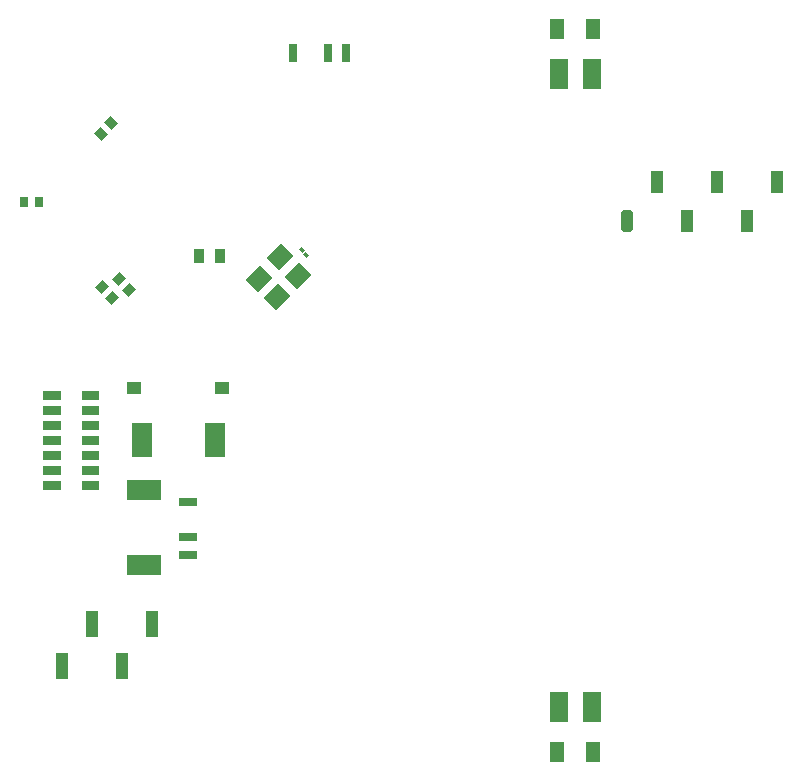
<source format=gbp>
G04*
G04 #@! TF.GenerationSoftware,Altium Limited,CircuitMaker,2.3.0 (2.3.0.3)*
G04*
G04 Layer_Color=16770453*
%FSLAX25Y25*%
%MOIN*%
G70*
G04*
G04 #@! TF.SameCoordinates,7A92FE71-458D-4544-954B-740947ED0FFD*
G04*
G04*
G04 #@! TF.FilePolarity,Positive*
G04*
G01*
G75*
%ADD31R,0.03543X0.05118*%
%ADD74R,0.07087X0.11811*%
%ADD75R,0.05787X0.02913*%
%ADD76R,0.05905X0.02756*%
%ADD77R,0.03150X0.03543*%
G04:AMPARAMS|DCode=78|XSize=35.43mil|YSize=31.5mil|CornerRadius=0mil|HoleSize=0mil|Usage=FLASHONLY|Rotation=45.000|XOffset=0mil|YOffset=0mil|HoleType=Round|Shape=Rectangle|*
%AMROTATEDRECTD78*
4,1,4,-0.00139,-0.02366,-0.02366,-0.00139,0.00139,0.02366,0.02366,0.00139,-0.00139,-0.02366,0.0*
%
%ADD78ROTATEDRECTD78*%

G04:AMPARAMS|DCode=79|XSize=66.93mil|YSize=59.05mil|CornerRadius=0mil|HoleSize=0mil|Usage=FLASHONLY|Rotation=225.000|XOffset=0mil|YOffset=0mil|HoleType=Round|Shape=Rectangle|*
%AMROTATEDRECTD79*
4,1,4,0.00278,0.04454,0.04454,0.00278,-0.00278,-0.04454,-0.04454,-0.00278,0.00278,0.04454,0.0*
%
%ADD79ROTATEDRECTD79*%

%ADD80R,0.06299X0.10236*%
%ADD81R,0.05118X0.07087*%
%ADD82R,0.04213X0.07480*%
G04:AMPARAMS|DCode=83|XSize=74.8mil|YSize=42.13mil|CornerRadius=0mil|HoleSize=0mil|Usage=FLASHONLY|Rotation=270.000|XOffset=0mil|YOffset=0mil|HoleType=Round|Shape=Octagon|*
%AMOCTAGOND83*
4,1,8,-0.01053,-0.03740,0.01053,-0.03740,0.02106,-0.02687,0.02106,0.02687,0.01053,0.03740,-0.01053,0.03740,-0.02106,0.02687,-0.02106,-0.02687,-0.01053,-0.03740,0.0*
%
%ADD83OCTAGOND83*%

%ADD84R,0.02756X0.05905*%
%ADD85R,0.04331X0.08661*%
%ADD86R,0.04724X0.03937*%
%ADD87R,0.11811X0.06693*%
G04:AMPARAMS|DCode=88|XSize=12.6mil|YSize=14.17mil|CornerRadius=0mil|HoleSize=0mil|Usage=FLASHONLY|Rotation=225.000|XOffset=0mil|YOffset=0mil|HoleType=Round|Shape=Rectangle|*
%AMROTATEDRECTD88*
4,1,4,-0.00056,0.00946,0.00946,-0.00056,0.00056,-0.00946,-0.00946,0.00056,-0.00056,0.00946,0.0*
%
%ADD88ROTATEDRECTD88*%

G04:AMPARAMS|DCode=89|XSize=35.43mil|YSize=31.5mil|CornerRadius=0mil|HoleSize=0mil|Usage=FLASHONLY|Rotation=315.000|XOffset=0mil|YOffset=0mil|HoleType=Round|Shape=Rectangle|*
%AMROTATEDRECTD89*
4,1,4,-0.02366,0.00139,-0.00139,0.02366,0.02366,-0.00139,0.00139,-0.02366,-0.02366,0.00139,0.0*
%
%ADD89ROTATEDRECTD89*%

G36*
X132595Y225043D02*
X126807D01*
Y227957D01*
X132595D01*
Y225043D01*
D02*
G37*
G36*
X119894D02*
X114106D01*
Y227957D01*
X119894D01*
Y225043D01*
D02*
G37*
G36*
X132595Y220043D02*
X126807D01*
Y222957D01*
X132595D01*
Y220043D01*
D02*
G37*
G36*
X119894D02*
X114106D01*
Y222957D01*
X119894D01*
Y220043D01*
D02*
G37*
G36*
X132595Y215043D02*
X126807D01*
Y217957D01*
X132595D01*
Y215043D01*
D02*
G37*
G36*
X119894D02*
X114106D01*
Y217957D01*
X119894D01*
Y215043D01*
D02*
G37*
G36*
X132595Y210043D02*
X126807D01*
Y212957D01*
X132595D01*
Y210043D01*
D02*
G37*
G36*
X119894D02*
X114106D01*
Y212957D01*
X119894D01*
Y210043D01*
D02*
G37*
G36*
X132595Y205043D02*
X126807D01*
Y207957D01*
X132595D01*
Y205043D01*
D02*
G37*
G36*
X119894D02*
X114106D01*
Y207957D01*
X119894D01*
Y205043D01*
D02*
G37*
G36*
X132595Y200043D02*
X126807D01*
Y202957D01*
X132595D01*
Y200043D01*
D02*
G37*
G36*
X119894D02*
X114106D01*
Y202957D01*
X119894D01*
Y200043D01*
D02*
G37*
G36*
X132595Y195043D02*
X126807D01*
Y197957D01*
X132595D01*
Y195043D01*
D02*
G37*
G36*
X119894D02*
X114106D01*
Y197957D01*
X119894D01*
Y195043D01*
D02*
G37*
D31*
X172940Y273000D02*
D03*
X166060D02*
D03*
D74*
X171409Y211500D02*
D03*
X147000D02*
D03*
D75*
X117000Y196500D02*
D03*
X129701D02*
D03*
X117000Y211500D02*
D03*
Y201500D02*
D03*
X129701Y211500D02*
D03*
Y201500D02*
D03*
X117000Y206500D02*
D03*
X129701D02*
D03*
X117000Y226500D02*
D03*
Y216500D02*
D03*
X129701Y226500D02*
D03*
Y216500D02*
D03*
X117000Y221500D02*
D03*
X129701D02*
D03*
D76*
X162201Y173343D02*
D03*
Y179248D02*
D03*
Y191059D02*
D03*
D77*
X107579Y291000D02*
D03*
X112500D02*
D03*
D78*
X137000Y259000D02*
D03*
X133520Y262480D02*
D03*
X142740Y261760D02*
D03*
X139260Y265240D02*
D03*
D79*
X193000Y272500D02*
D03*
X185929Y265429D02*
D03*
X192053Y259304D02*
D03*
X199125Y266375D02*
D03*
D80*
X285827Y122638D02*
D03*
X296850D02*
D03*
Y333661D02*
D03*
X285827D02*
D03*
D81*
X297441Y348622D02*
D03*
X285236D02*
D03*
X297441Y107677D02*
D03*
X285236D02*
D03*
D82*
X358500Y297496D02*
D03*
X348500Y284504D02*
D03*
X338500Y297496D02*
D03*
X328500Y284504D02*
D03*
X318500Y297496D02*
D03*
D83*
X308500Y284504D02*
D03*
D84*
X214906Y340500D02*
D03*
X209000D02*
D03*
X197189D02*
D03*
D85*
X120315Y136221D02*
D03*
X130315Y150394D02*
D03*
X140315Y136221D02*
D03*
X150315Y150394D02*
D03*
D86*
X173567Y229000D02*
D03*
X144433D02*
D03*
D87*
X147634Y169996D02*
D03*
Y194799D02*
D03*
D88*
X201780Y273220D02*
D03*
X200220Y274780D02*
D03*
D89*
X136740Y317240D02*
D03*
X133260Y313760D02*
D03*
M02*

</source>
